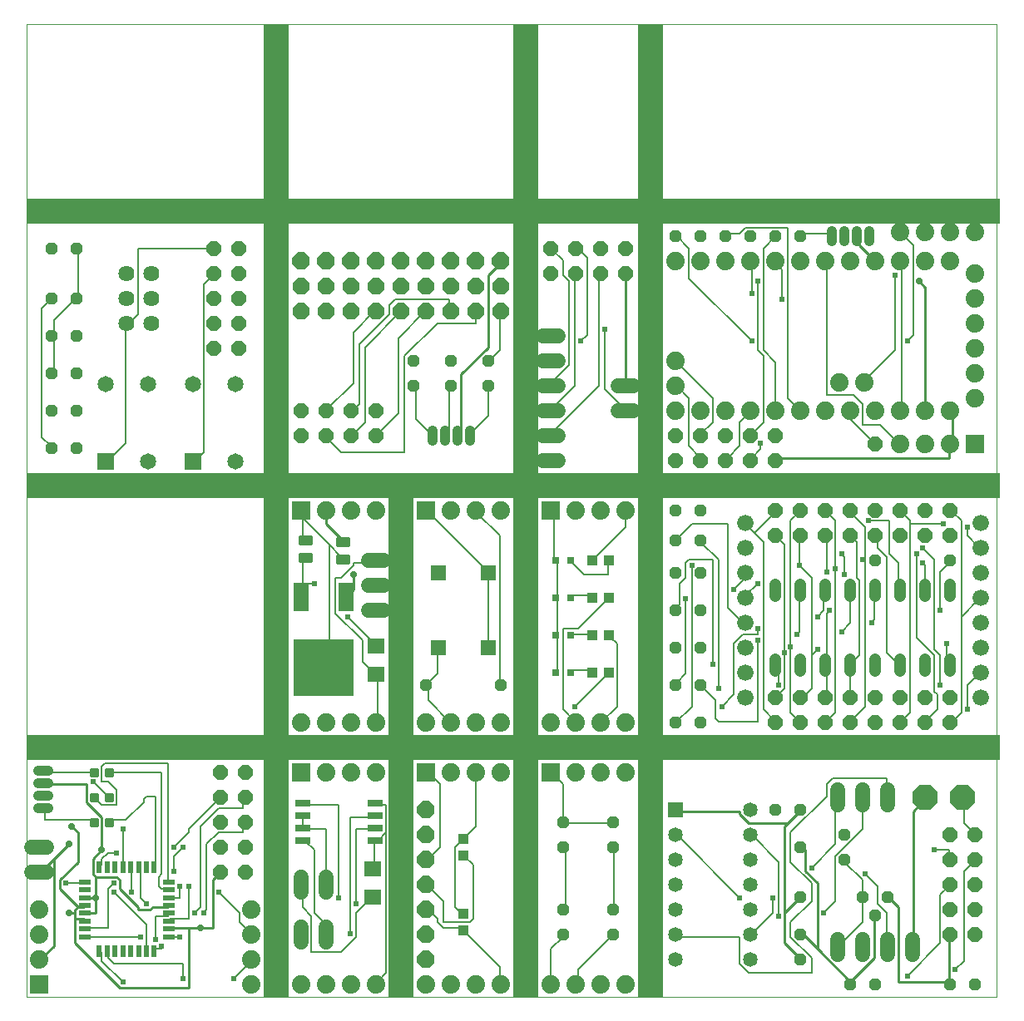
<source format=gtl>
G75*
%MOIN*%
%OFA0B0*%
%FSLAX24Y24*%
%IPPOS*%
%LPD*%
%AMOC8*
5,1,8,0,0,1.08239X$1,22.5*
%
%ADD10C,0.0000*%
%ADD11R,0.1000X3.9000*%
%ADD12R,3.9000X0.1000*%
%ADD13R,0.1000X2.1000*%
%ADD14R,0.0500X0.0220*%
%ADD15R,0.0220X0.0500*%
%ADD16OC8,0.0600*%
%ADD17C,0.0600*%
%ADD18R,0.0650X0.0650*%
%ADD19C,0.0650*%
%ADD20OC8,0.0480*%
%ADD21R,0.0585X0.0585*%
%ADD22C,0.0585*%
%ADD23OC8,0.1000*%
%ADD24C,0.0100*%
%ADD25C,0.0740*%
%ADD26R,0.0630X0.0250*%
%ADD27C,0.0640*%
%ADD28R,0.0433X0.0394*%
%ADD29OC8,0.0700*%
%ADD30OC8,0.0660*%
%ADD31C,0.0413*%
%ADD32C,0.0660*%
%ADD33C,0.0480*%
%ADD34R,0.0315X0.0315*%
%ADD35R,0.0394X0.0433*%
%ADD36C,0.0088*%
%ADD37R,0.0630X0.1181*%
%ADD38R,0.2441X0.2283*%
%ADD39R,0.0710X0.0630*%
%ADD40R,0.0740X0.0740*%
%ADD41R,0.0591X0.0591*%
%ADD42C,0.0280*%
%ADD43C,0.0080*%
%ADD44C,0.0240*%
D10*
X000535Y000450D02*
X000535Y039446D01*
X039405Y039446D01*
X039405Y000450D01*
X000535Y000450D01*
D11*
X010535Y019950D03*
X020535Y019950D03*
X025535Y019950D03*
D12*
X020035Y020950D03*
X020035Y010450D03*
X020035Y031950D03*
D13*
X015535Y010950D03*
D14*
X006225Y005052D03*
X006225Y004737D03*
X006225Y004422D03*
X006225Y004107D03*
X006225Y003793D03*
X006225Y003478D03*
X006225Y003163D03*
X006225Y002848D03*
X002845Y002848D03*
X002845Y003163D03*
X002845Y003478D03*
X002845Y003793D03*
X002845Y004107D03*
X002845Y004422D03*
X002845Y004737D03*
X002845Y005052D03*
D15*
X003433Y005640D03*
X003748Y005640D03*
X004063Y005640D03*
X004378Y005640D03*
X004693Y005640D03*
X005008Y005640D03*
X005322Y005640D03*
X005637Y005640D03*
X005637Y002260D03*
X005322Y002260D03*
X005008Y002260D03*
X004693Y002260D03*
X004378Y002260D03*
X004063Y002260D03*
X003748Y002260D03*
X003433Y002260D03*
D16*
X008285Y005450D03*
X008285Y006450D03*
X008285Y007450D03*
X008285Y008450D03*
X008285Y009450D03*
X009285Y009450D03*
X009285Y008450D03*
X009285Y007450D03*
X009285Y006450D03*
X009285Y005450D03*
X026535Y021950D03*
X027535Y021950D03*
X027535Y022950D03*
X026535Y022950D03*
X028535Y022950D03*
X029535Y022950D03*
X029535Y021950D03*
X028535Y021950D03*
X030535Y021950D03*
X030535Y022950D03*
X030535Y019950D03*
X031535Y019950D03*
X031535Y018950D03*
X030535Y018950D03*
X032535Y018950D03*
X033535Y018950D03*
X033535Y019950D03*
X032535Y019950D03*
X034535Y019950D03*
X035535Y019950D03*
X035535Y018950D03*
X034535Y018950D03*
X036535Y018950D03*
X037535Y018950D03*
X037535Y019950D03*
X036535Y019950D03*
X034535Y022600D03*
X024535Y029450D03*
X024535Y030450D03*
X023535Y030450D03*
X022535Y030450D03*
X022535Y029450D03*
X023535Y029450D03*
X021535Y029450D03*
X021535Y030450D03*
X014535Y023950D03*
X014535Y022950D03*
X013535Y022950D03*
X012535Y022950D03*
X012535Y023950D03*
X013535Y023950D03*
X011535Y023950D03*
X011535Y022950D03*
X009035Y026450D03*
X008035Y026450D03*
X008035Y027450D03*
X008035Y028450D03*
X009035Y028450D03*
X009035Y027450D03*
X009035Y029450D03*
X008035Y029450D03*
X008035Y030450D03*
X009035Y030450D03*
X030535Y012450D03*
X031535Y012450D03*
X031535Y011450D03*
X030535Y011450D03*
X032535Y011450D03*
X033535Y011450D03*
X033535Y012450D03*
X032535Y012450D03*
X034535Y012450D03*
X035535Y012450D03*
X035535Y011450D03*
X034535Y011450D03*
X036535Y011450D03*
X037535Y011450D03*
X037535Y012450D03*
X036535Y012450D03*
X037535Y006950D03*
X037535Y005950D03*
X037535Y004950D03*
X037535Y003950D03*
X037535Y002950D03*
X038535Y002950D03*
X038535Y003950D03*
X038535Y004950D03*
X038535Y005950D03*
X038535Y006950D03*
D17*
X035035Y008150D02*
X035035Y008750D01*
X034035Y008750D02*
X034035Y008150D01*
X033035Y008150D02*
X033035Y008750D01*
X033035Y002750D02*
X033035Y002150D01*
X034035Y002150D02*
X034035Y002750D01*
X035035Y002750D02*
X035035Y002150D01*
X036035Y002150D02*
X036035Y002750D01*
X021835Y021950D02*
X021235Y021950D01*
X021235Y022950D02*
X021835Y022950D01*
X021835Y023950D02*
X021235Y023950D01*
X021235Y024950D02*
X021835Y024950D01*
X021835Y025950D02*
X021235Y025950D01*
X021235Y026950D02*
X021835Y026950D01*
X024235Y024950D02*
X024835Y024950D01*
X024835Y023950D02*
X024235Y023950D01*
X014835Y017950D02*
X014235Y017950D01*
X014235Y016950D02*
X014835Y016950D01*
X014835Y015950D02*
X014235Y015950D01*
X012535Y005250D02*
X012535Y004650D01*
X011535Y004650D02*
X011535Y005250D01*
X011535Y003250D02*
X011535Y002650D01*
X012535Y002650D02*
X012535Y003250D01*
X001335Y005450D02*
X000735Y005450D01*
X000735Y006450D02*
X001335Y006450D01*
D18*
X003685Y021900D03*
X007185Y021900D03*
D19*
X005385Y021900D03*
X005385Y025000D03*
X003685Y025000D03*
X007185Y025000D03*
X008885Y025000D03*
X008885Y021900D03*
D20*
X002535Y022450D03*
X001535Y022450D03*
X001535Y023950D03*
X002535Y023950D03*
X002535Y025450D03*
X001535Y025450D03*
X001535Y026950D03*
X002535Y026950D03*
X002535Y028450D03*
X001535Y028450D03*
X001535Y030450D03*
X002535Y030450D03*
X016035Y025950D03*
X016035Y024950D03*
X017535Y024950D03*
X017535Y025950D03*
X019035Y025950D03*
X019035Y024950D03*
X026535Y019950D03*
X027535Y019950D03*
X027535Y018750D03*
X026535Y018750D03*
X026535Y017450D03*
X027535Y017450D03*
X027535Y015950D03*
X026535Y015950D03*
X026535Y014450D03*
X027535Y014450D03*
X027535Y012950D03*
X026535Y012950D03*
X026535Y011450D03*
X027535Y011450D03*
X030535Y007950D03*
X031535Y007950D03*
X031535Y006450D03*
X033285Y005950D03*
X033285Y006950D03*
X034035Y004450D03*
X034535Y003700D03*
X035035Y004450D03*
X031535Y004450D03*
X031535Y002950D03*
X031535Y001950D03*
X033535Y000950D03*
X034535Y000950D03*
X037535Y000950D03*
X038535Y000950D03*
X024035Y002950D03*
X024035Y003950D03*
X022035Y003950D03*
X022035Y002950D03*
X022035Y006450D03*
X022035Y007450D03*
X024035Y007450D03*
X024035Y006450D03*
X019535Y012950D03*
X016535Y012950D03*
X034535Y017950D03*
X037535Y017950D03*
X031535Y030950D03*
X030535Y030950D03*
X029535Y030950D03*
X028535Y030950D03*
X027535Y030950D03*
X026535Y030950D03*
D21*
X026535Y007950D03*
D22*
X026535Y006950D03*
X026535Y005950D03*
X026535Y004950D03*
X026535Y003950D03*
X026535Y002950D03*
X026535Y001950D03*
X029535Y001950D03*
X029535Y002950D03*
X029535Y003950D03*
X029535Y004950D03*
X029535Y005950D03*
X029535Y006950D03*
X029535Y007950D03*
D23*
X036535Y008450D03*
X038035Y008450D03*
D24*
X036535Y008450D02*
X036535Y008370D01*
X036055Y007890D01*
X036055Y002490D01*
X036035Y002450D01*
X037495Y002850D02*
X037535Y002950D01*
X037495Y002850D02*
X037495Y001050D01*
X037535Y000950D01*
X037495Y001050D02*
X035455Y001050D01*
X035455Y004050D01*
X035095Y004410D01*
X035035Y004450D01*
X034535Y003700D02*
X034495Y003690D01*
X034495Y002010D01*
X033535Y001050D01*
X033535Y000950D01*
X033535Y001050D02*
X032215Y002370D01*
X032215Y005010D01*
X031735Y005490D01*
X031735Y006330D01*
X031615Y006450D01*
X031535Y006450D01*
X030895Y007290D02*
X030895Y003810D01*
X031535Y004450D01*
X030895Y003810D02*
X030895Y002610D01*
X031495Y002010D01*
X031535Y001950D01*
X032215Y002370D02*
X031615Y002970D01*
X031535Y002950D01*
X030895Y007290D02*
X031015Y007410D01*
X029455Y007410D01*
X029095Y007770D01*
X029095Y007890D01*
X026575Y007890D01*
X026535Y007950D01*
X031015Y007410D02*
X031495Y007890D01*
X031535Y007950D01*
X030535Y021950D02*
X030535Y022050D01*
X037495Y022050D01*
X037495Y022530D01*
X037535Y022600D01*
X037615Y022650D01*
X037615Y023850D01*
X037535Y023950D01*
X036535Y023950D02*
X036535Y028890D01*
X036295Y029130D01*
X034535Y029950D02*
X034495Y029970D01*
X033895Y030570D01*
X033895Y030930D01*
X033785Y030950D01*
X024535Y029450D02*
X024535Y024950D01*
X019495Y029850D02*
X019535Y029950D01*
X019495Y029850D02*
X019015Y029370D01*
X019015Y026490D01*
X017935Y025410D01*
X017935Y023130D01*
X017815Y023010D01*
X017785Y022950D01*
X013135Y018810D02*
X013185Y018700D01*
X012960Y018550D02*
X012960Y018850D01*
X013410Y018850D01*
X013410Y018550D01*
X012960Y018550D01*
X012960Y018649D02*
X013410Y018649D01*
X013410Y018748D02*
X012960Y018748D01*
X012960Y018847D02*
X013410Y018847D01*
X013135Y018810D02*
X012535Y019410D01*
X012535Y019950D01*
X011910Y018900D02*
X011910Y018600D01*
X011460Y018600D01*
X011460Y018900D01*
X011910Y018900D01*
X011910Y018699D02*
X011460Y018699D01*
X011460Y018798D02*
X011910Y018798D01*
X011910Y018897D02*
X011460Y018897D01*
X011910Y018200D02*
X011910Y017900D01*
X011460Y017900D01*
X011460Y018200D01*
X011910Y018200D01*
X011910Y017999D02*
X011460Y017999D01*
X011460Y018098D02*
X011910Y018098D01*
X011910Y018197D02*
X011460Y018197D01*
X012960Y018150D02*
X012960Y017850D01*
X012960Y018150D02*
X013410Y018150D01*
X013410Y017850D01*
X012960Y017850D01*
X012960Y017949D02*
X013410Y017949D01*
X013410Y018048D02*
X012960Y018048D01*
X012960Y018147D02*
X013410Y018147D01*
X013615Y017370D02*
X013615Y016770D01*
X013375Y016530D01*
X013335Y016477D01*
X003535Y007650D02*
X003535Y006330D01*
X003175Y005970D01*
X003175Y005370D01*
X003295Y005250D01*
X003295Y004410D01*
X003295Y004290D01*
X003175Y004410D01*
X002935Y004410D01*
X002845Y004422D01*
X002845Y004107D02*
X002815Y004050D01*
X002575Y004050D01*
X001855Y004770D01*
X001855Y005130D01*
X002575Y005850D01*
X002575Y007050D01*
X002335Y007290D01*
X002215Y006570D02*
X001615Y005970D01*
X001615Y002490D01*
X001135Y002010D01*
X001035Y001950D01*
X001035Y000950D02*
X001135Y000930D01*
X002455Y002610D02*
X004255Y000810D01*
X007015Y000810D01*
X007015Y003210D01*
X006295Y003210D01*
X006225Y003163D01*
X007015Y003210D02*
X007495Y003210D01*
X007975Y003210D01*
X007975Y005130D01*
X008215Y005370D01*
X008285Y005450D01*
X006225Y004107D02*
X006175Y004050D01*
X005575Y004050D01*
X005455Y003930D01*
X004975Y003930D01*
X004975Y004050D01*
X004255Y004770D01*
X004255Y005130D01*
X004135Y005250D01*
X003295Y005250D01*
X003295Y004290D02*
X003295Y003810D01*
X002935Y003810D01*
X002845Y003793D01*
X002815Y003570D02*
X002845Y003478D01*
X002815Y003570D02*
X002455Y003570D01*
X002455Y002610D01*
X002455Y003570D02*
X002455Y003810D01*
X002215Y003810D01*
X002455Y003810D02*
X002455Y003930D01*
X002575Y004050D01*
X001135Y005490D02*
X001035Y005450D01*
X001135Y005490D02*
X001615Y005970D01*
X003535Y007650D02*
X002935Y008250D01*
X002935Y008970D01*
X001255Y008970D01*
X001185Y009000D01*
D25*
X001035Y003950D03*
X001035Y002950D03*
X001035Y001950D03*
X009535Y001950D03*
X009535Y000950D03*
X009535Y002950D03*
X009535Y003950D03*
X011535Y000950D03*
X012535Y000950D03*
X013535Y000950D03*
X014535Y000950D03*
X016535Y000950D03*
X017535Y000950D03*
X018535Y000950D03*
X019535Y000950D03*
X021535Y000950D03*
X022535Y000950D03*
X023535Y000950D03*
X024535Y000950D03*
X024535Y009450D03*
X023535Y009450D03*
X022535Y009450D03*
X022535Y011450D03*
X023535Y011450D03*
X024535Y011450D03*
X021535Y011450D03*
X019535Y011450D03*
X018535Y011450D03*
X017535Y011450D03*
X016535Y011450D03*
X014535Y011450D03*
X013535Y011450D03*
X012535Y011450D03*
X011535Y011450D03*
X012535Y009450D03*
X013535Y009450D03*
X014535Y009450D03*
X017535Y009450D03*
X018535Y009450D03*
X019535Y009450D03*
X019535Y019950D03*
X018535Y019950D03*
X017535Y019950D03*
X014535Y019950D03*
X013535Y019950D03*
X012535Y019950D03*
X022535Y019950D03*
X023535Y019950D03*
X024535Y019950D03*
X026535Y023950D03*
X027535Y023950D03*
X028535Y023950D03*
X029535Y023950D03*
X030535Y023950D03*
X031535Y023950D03*
X032535Y023950D03*
X033535Y023950D03*
X034535Y023950D03*
X035535Y023950D03*
X036535Y023950D03*
X037535Y023950D03*
X038535Y024450D03*
X038535Y025450D03*
X038535Y026450D03*
X038535Y027450D03*
X038535Y028450D03*
X038535Y029450D03*
X037535Y029950D03*
X036535Y029950D03*
X035535Y029950D03*
X034535Y029950D03*
X033535Y029950D03*
X032535Y029950D03*
X031535Y029950D03*
X030535Y029950D03*
X029535Y029950D03*
X028535Y029950D03*
X027535Y029950D03*
X026535Y029950D03*
X026535Y025950D03*
X026535Y024950D03*
X033098Y025075D03*
X034098Y025075D03*
X035535Y022600D03*
X036535Y022600D03*
X037535Y022600D03*
X037535Y031100D03*
X036535Y031100D03*
X035535Y031100D03*
X038535Y031100D03*
D26*
X014485Y008200D03*
X014485Y007700D03*
X014485Y007200D03*
X014485Y006700D03*
X011585Y006700D03*
X011585Y007200D03*
X011585Y007700D03*
X011585Y008200D03*
D27*
X005535Y027450D03*
X004535Y027450D03*
X004535Y028450D03*
X005535Y028450D03*
X005535Y029450D03*
X004535Y029450D03*
D28*
X018035Y006785D03*
X018035Y006115D03*
X018035Y003785D03*
X018035Y003115D03*
D29*
X016535Y002950D03*
X016535Y003950D03*
X016535Y004950D03*
X016535Y005950D03*
X016535Y006950D03*
X016535Y007950D03*
X016535Y001950D03*
X016535Y000950D03*
X016535Y029950D03*
X017535Y029950D03*
X018535Y029950D03*
X019535Y029950D03*
X015535Y029950D03*
X014535Y029950D03*
X013535Y029950D03*
X012535Y029950D03*
X011535Y029950D03*
D30*
X011535Y028950D03*
X011535Y027950D03*
X012535Y027950D03*
X013535Y027950D03*
X013535Y028950D03*
X012535Y028950D03*
X014535Y028950D03*
X015535Y028950D03*
X015535Y027950D03*
X014535Y027950D03*
X016535Y027950D03*
X017535Y027950D03*
X017535Y028950D03*
X016535Y028950D03*
X018535Y028950D03*
X019535Y028950D03*
X019535Y027950D03*
X018535Y027950D03*
D31*
X018285Y023157D02*
X018285Y022743D01*
X017785Y022743D02*
X017785Y023157D01*
X017285Y023157D02*
X017285Y022743D01*
X016785Y022743D02*
X016785Y023157D01*
X001392Y009500D02*
X000978Y009500D01*
X000978Y009000D02*
X001392Y009000D01*
X001392Y008500D02*
X000978Y008500D01*
X000978Y008000D02*
X001392Y008000D01*
X032785Y030743D02*
X032785Y031157D01*
X033285Y031157D02*
X033285Y030743D01*
X033785Y030743D02*
X033785Y031157D01*
X034285Y031157D02*
X034285Y030743D01*
D32*
X038759Y019450D03*
X038759Y018450D03*
X038759Y017450D03*
X038759Y016450D03*
X038759Y015450D03*
X038759Y014450D03*
X038759Y013450D03*
X038759Y012450D03*
X029311Y012450D03*
X029311Y013450D03*
X029311Y014450D03*
X029311Y015450D03*
X029311Y016450D03*
X029311Y017450D03*
X029311Y018450D03*
X029311Y019450D03*
D33*
X030535Y016990D02*
X030535Y016510D01*
X031535Y016510D02*
X031535Y016990D01*
X032535Y016990D02*
X032535Y016510D01*
X033535Y016510D02*
X033535Y016990D01*
X034535Y016990D02*
X034535Y016510D01*
X035535Y016510D02*
X035535Y016990D01*
X036535Y016990D02*
X036535Y016510D01*
X037535Y016510D02*
X037535Y016990D01*
X037535Y013990D02*
X037535Y013510D01*
X036535Y013510D02*
X036535Y013990D01*
X035535Y013990D02*
X035535Y013510D01*
X034535Y013510D02*
X034535Y013990D01*
X033535Y013990D02*
X033535Y013510D01*
X032535Y013510D02*
X032535Y013990D01*
X031535Y013990D02*
X031535Y013510D01*
X030535Y013510D02*
X030535Y013990D01*
D34*
X022330Y013450D03*
X021740Y013450D03*
X021740Y014950D03*
X022330Y014950D03*
X022330Y016450D03*
X021740Y016450D03*
X021740Y017950D03*
X022330Y017950D03*
D35*
X023200Y017950D03*
X023870Y017950D03*
X023870Y016450D03*
X023200Y016450D03*
X023200Y014950D03*
X023870Y014950D03*
X023870Y013450D03*
X023200Y013450D03*
D36*
X003966Y009319D02*
X003704Y009319D01*
X003704Y009581D01*
X003966Y009581D01*
X003966Y009319D01*
X003966Y009406D02*
X003704Y009406D01*
X003704Y009493D02*
X003966Y009493D01*
X003966Y009580D02*
X003704Y009580D01*
X003366Y009319D02*
X003104Y009319D01*
X003104Y009581D01*
X003366Y009581D01*
X003366Y009319D01*
X003366Y009406D02*
X003104Y009406D01*
X003104Y009493D02*
X003366Y009493D01*
X003366Y009580D02*
X003104Y009580D01*
X003104Y008581D02*
X003366Y008581D01*
X003366Y008319D01*
X003104Y008319D01*
X003104Y008581D01*
X003104Y008406D02*
X003366Y008406D01*
X003366Y008493D02*
X003104Y008493D01*
X003104Y008580D02*
X003366Y008580D01*
X003704Y008581D02*
X003966Y008581D01*
X003966Y008319D01*
X003704Y008319D01*
X003704Y008581D01*
X003704Y008406D02*
X003966Y008406D01*
X003966Y008493D02*
X003704Y008493D01*
X003704Y008580D02*
X003966Y008580D01*
X003966Y007319D02*
X003704Y007319D01*
X003704Y007581D01*
X003966Y007581D01*
X003966Y007319D01*
X003966Y007406D02*
X003704Y007406D01*
X003704Y007493D02*
X003966Y007493D01*
X003966Y007580D02*
X003704Y007580D01*
X003366Y007319D02*
X003104Y007319D01*
X003104Y007581D01*
X003366Y007581D01*
X003366Y007319D01*
X003366Y007406D02*
X003104Y007406D01*
X003104Y007493D02*
X003366Y007493D01*
X003366Y007580D02*
X003104Y007580D01*
D37*
X011535Y016477D03*
X013335Y016477D03*
D38*
X012435Y013650D03*
D39*
X014535Y013390D03*
X014535Y014510D03*
X014385Y005560D03*
X014385Y004440D03*
D40*
X016535Y009450D03*
X021535Y009450D03*
X011535Y009450D03*
X001035Y000950D03*
X011535Y019950D03*
X016535Y019950D03*
X021535Y019950D03*
X038535Y022600D03*
D41*
X019035Y017450D03*
X017035Y017450D03*
X017035Y014450D03*
X019035Y014450D03*
D42*
X013615Y017370D03*
X003535Y006330D03*
X002215Y006570D03*
X002335Y007290D03*
X003295Y004410D03*
X002215Y003810D03*
X007495Y003210D03*
X036295Y029130D03*
D43*
X035335Y029370D02*
X035335Y026370D01*
X034135Y025170D01*
X034098Y025075D01*
X033655Y024570D02*
X032575Y024570D01*
X032575Y029850D01*
X032535Y029950D01*
X032785Y030950D02*
X032695Y031050D01*
X031615Y031050D01*
X031535Y030950D01*
X031015Y031290D02*
X031015Y024450D01*
X031495Y023970D01*
X031535Y023950D01*
X030535Y023950D02*
X030535Y025890D01*
X030055Y026370D01*
X030055Y030450D01*
X030535Y030930D01*
X030535Y030950D01*
X031015Y031290D02*
X029335Y031290D01*
X029095Y031050D01*
X028615Y031050D01*
X028535Y030950D01*
X029535Y029950D02*
X029575Y029850D01*
X029575Y028650D01*
X029815Y029130D02*
X029815Y026370D01*
X030055Y026130D01*
X030055Y023490D01*
X029575Y023010D01*
X029535Y022950D01*
X029935Y022650D02*
X029935Y022410D01*
X029575Y022050D01*
X029535Y021950D01*
X029095Y022530D02*
X029095Y023490D01*
X029455Y023850D01*
X029535Y023950D01*
X028015Y023490D02*
X028015Y024450D01*
X026575Y025890D01*
X026535Y025950D01*
X026535Y024950D02*
X026575Y024930D01*
X027055Y024450D01*
X027055Y022530D01*
X027535Y022050D01*
X027535Y021950D01*
X027535Y022950D02*
X027535Y023010D01*
X028015Y023490D01*
X029095Y022530D02*
X028615Y022050D01*
X028535Y021950D01*
X030535Y019950D02*
X030535Y019890D01*
X029695Y019050D01*
X030055Y018690D01*
X030055Y011970D01*
X030535Y011490D01*
X030535Y011450D01*
X031135Y011850D02*
X031135Y014490D01*
X031135Y019530D01*
X031495Y019890D01*
X031535Y019950D01*
X031535Y018950D02*
X031495Y018930D01*
X031495Y017730D01*
X031975Y017250D01*
X031975Y014130D01*
X031975Y012810D01*
X031615Y012450D01*
X031535Y012450D01*
X030895Y012810D02*
X030535Y012450D01*
X030655Y012930D02*
X030655Y013530D01*
X030535Y013650D01*
X030535Y013750D01*
X030895Y014250D02*
X030895Y012810D01*
X031135Y011850D02*
X031535Y011450D01*
X032535Y011450D02*
X032935Y011850D01*
X032935Y017610D01*
X032935Y019530D01*
X032575Y019890D01*
X032535Y019950D01*
X033535Y019950D02*
X033535Y019890D01*
X034135Y019290D01*
X034135Y017970D01*
X034015Y017970D01*
X034135Y017970D02*
X034135Y012090D01*
X033535Y011490D01*
X033535Y011450D01*
X033535Y012450D02*
X033535Y013750D01*
X033535Y013770D01*
X033895Y014130D01*
X033895Y017130D01*
X033775Y017250D01*
X033775Y018690D01*
X033535Y018930D01*
X033535Y018950D01*
X033175Y018210D02*
X033295Y018090D01*
X033295Y017370D01*
X033535Y016750D02*
X033535Y015450D01*
X033175Y015090D01*
X032575Y015810D02*
X032575Y013770D01*
X032535Y013750D01*
X032575Y013650D01*
X032575Y012450D01*
X032535Y012450D01*
X031975Y014130D02*
X032215Y014370D01*
X031495Y015090D02*
X031495Y016650D01*
X031535Y016750D01*
X032455Y016650D02*
X032455Y015930D01*
X032215Y015690D01*
X032575Y015810D02*
X032695Y015930D01*
X032455Y016650D02*
X032535Y016750D01*
X032575Y017490D02*
X032575Y018930D01*
X032535Y018950D01*
X030895Y018570D02*
X030895Y014250D01*
X031375Y014970D02*
X031495Y015090D01*
X029815Y015210D02*
X029815Y014970D01*
X029215Y014970D01*
X028855Y014610D01*
X028855Y012570D01*
X028375Y012090D01*
X028135Y012330D02*
X028135Y011610D01*
X028255Y011490D01*
X029815Y011490D01*
X029815Y014730D01*
X029311Y015450D02*
X029215Y015450D01*
X028615Y016050D01*
X028615Y019410D01*
X027175Y019410D01*
X026575Y018810D01*
X026535Y018750D01*
X027055Y017970D02*
X028015Y017970D01*
X028015Y013770D01*
X027535Y012950D02*
X027535Y012930D01*
X028135Y012330D01*
X028255Y012810D02*
X028255Y017970D01*
X027535Y018690D01*
X027535Y018750D01*
X027055Y017970D02*
X026935Y017850D01*
X026935Y017250D01*
X026695Y017010D01*
X026695Y016170D01*
X026575Y016050D01*
X026535Y015950D01*
X026935Y016410D02*
X026935Y013410D01*
X026575Y013050D01*
X026535Y012950D01*
X027175Y012090D02*
X027175Y017730D01*
X028855Y016770D02*
X029215Y017130D01*
X029215Y017370D01*
X029311Y017450D01*
X029815Y017010D02*
X029335Y016530D01*
X029311Y016450D01*
X030895Y018570D02*
X030535Y018930D01*
X030535Y018950D01*
X029695Y019050D02*
X029335Y019410D01*
X029311Y019450D01*
X033535Y023610D02*
X033535Y023950D01*
X033535Y023610D02*
X034495Y022650D01*
X034535Y022600D01*
X034735Y023370D02*
X034015Y023370D01*
X034015Y024210D01*
X033655Y024570D01*
X034735Y023370D02*
X035455Y022650D01*
X035535Y022600D01*
X035535Y023950D02*
X035575Y023970D01*
X035575Y029850D01*
X035535Y029950D01*
X036055Y030570D02*
X035575Y031050D01*
X035535Y031100D01*
X036055Y030570D02*
X036055Y026970D01*
X035815Y026730D01*
X030775Y028410D02*
X030775Y029610D01*
X030535Y029850D01*
X030535Y029950D01*
X029575Y026730D02*
X027055Y029250D01*
X027055Y030450D01*
X026575Y030930D01*
X026535Y030950D01*
X023535Y029450D02*
X023455Y029370D01*
X023455Y024930D01*
X021535Y023010D01*
X021535Y022950D01*
X021535Y023950D02*
X021535Y023970D01*
X022495Y024930D01*
X022495Y029370D01*
X022535Y029450D01*
X022255Y029130D02*
X022015Y029370D01*
X022015Y029970D01*
X021535Y030450D01*
X022535Y030450D02*
X022615Y030450D01*
X022975Y030090D01*
X022975Y026970D01*
X022735Y026730D01*
X022255Y025770D02*
X022255Y029130D01*
X023695Y027210D02*
X023695Y024810D01*
X024535Y023970D01*
X024535Y023950D01*
X022255Y025770D02*
X021535Y025050D01*
X021535Y024950D01*
X019495Y026370D02*
X019495Y027930D01*
X019535Y027950D01*
X018535Y027950D02*
X018535Y027450D01*
X016975Y027450D01*
X015655Y026130D01*
X015655Y022290D01*
X013135Y022290D01*
X012535Y022890D01*
X012535Y022950D01*
X012535Y023950D02*
X012535Y023970D01*
X013615Y025050D01*
X013615Y027090D01*
X014455Y027930D01*
X014535Y027950D01*
X015055Y027810D02*
X015055Y028170D01*
X015295Y028410D01*
X017455Y028410D01*
X017455Y028050D01*
X017535Y027950D01*
X016535Y027950D02*
X016495Y027930D01*
X015415Y026850D01*
X015415Y023850D01*
X014575Y023010D01*
X014535Y022950D01*
X014095Y023490D02*
X014095Y026490D01*
X015535Y027930D01*
X015535Y027950D01*
X015055Y027810D02*
X013855Y026610D01*
X013855Y024210D01*
X013615Y023970D01*
X013535Y023950D01*
X014095Y023490D02*
X013615Y023010D01*
X013535Y022950D01*
X016135Y023610D02*
X016135Y024930D01*
X016035Y024950D01*
X017455Y024930D02*
X017535Y024950D01*
X017455Y024930D02*
X017455Y023130D01*
X017335Y023010D01*
X017285Y022950D01*
X016785Y022950D02*
X016735Y023010D01*
X016135Y023610D01*
X018295Y023010D02*
X018285Y022950D01*
X018295Y023010D02*
X019015Y023730D01*
X019015Y024930D01*
X019035Y024950D01*
X019035Y025950D02*
X019135Y026010D01*
X019495Y026370D01*
X018535Y019950D02*
X018535Y019890D01*
X019495Y018930D01*
X019495Y013050D01*
X019535Y012950D01*
X019035Y014450D02*
X019015Y014490D01*
X019015Y017370D01*
X019035Y017450D01*
X019015Y017490D01*
X016615Y019890D01*
X016535Y019950D01*
X014535Y017950D02*
X014455Y017850D01*
X013615Y017850D01*
X013615Y017730D01*
X013135Y017250D01*
X012895Y017250D01*
X012895Y015810D01*
X013975Y014730D01*
X013975Y013890D01*
X014455Y013410D01*
X014535Y013390D01*
X014575Y013290D01*
X014575Y011490D01*
X014535Y011450D01*
X016615Y012330D02*
X016615Y012930D01*
X016535Y012950D01*
X016615Y013050D01*
X016975Y013410D01*
X016975Y014370D01*
X017035Y014450D01*
X016615Y012330D02*
X017455Y011490D01*
X017535Y011450D01*
X016615Y009450D02*
X016535Y009450D01*
X016615Y009450D02*
X017095Y008970D01*
X017095Y006450D01*
X016615Y005970D01*
X016535Y005950D01*
X016535Y004950D02*
X016615Y004890D01*
X017215Y004290D01*
X017215Y003450D01*
X018295Y003450D01*
X018415Y003570D01*
X018415Y005730D01*
X018055Y006090D01*
X018035Y006115D01*
X017695Y006450D02*
X017935Y006690D01*
X018035Y006785D01*
X018055Y006810D01*
X018535Y007290D01*
X018535Y009450D01*
X021535Y009450D02*
X022015Y008970D01*
X022015Y007530D01*
X022035Y007450D01*
X022135Y007410D01*
X023935Y007410D01*
X024035Y007450D01*
X024055Y006450D02*
X024035Y006450D01*
X024055Y006450D02*
X024055Y004050D01*
X024035Y003950D01*
X024035Y002950D02*
X022615Y001530D01*
X022615Y001050D01*
X022535Y000950D01*
X021535Y000950D02*
X021535Y002370D01*
X022015Y002850D01*
X022035Y002950D01*
X022035Y003950D02*
X022135Y004050D01*
X022135Y006450D01*
X022035Y006450D01*
X018035Y003785D02*
X017935Y003810D01*
X017695Y004050D01*
X017695Y006450D01*
X016615Y003930D02*
X016535Y003950D01*
X016615Y003930D02*
X016975Y003570D01*
X016975Y003450D01*
X017215Y003210D01*
X017935Y003210D01*
X018035Y003115D01*
X018055Y003090D01*
X019495Y001650D01*
X019495Y001050D01*
X019535Y000950D01*
X014935Y001410D02*
X014935Y007050D01*
X014575Y006690D01*
X014485Y006700D01*
X014455Y006690D01*
X014455Y005610D01*
X014385Y005560D01*
X014385Y004440D02*
X014335Y004410D01*
X013735Y003810D01*
X013735Y002850D01*
X013135Y002250D01*
X011935Y002250D01*
X011935Y003690D01*
X011575Y004050D01*
X011575Y004890D01*
X011535Y004950D01*
X012535Y004950D02*
X012535Y007170D01*
X011695Y007170D01*
X011585Y007200D01*
X011575Y007290D01*
X011575Y007650D01*
X011585Y007700D01*
X011695Y008130D02*
X011585Y008200D01*
X011695Y008130D02*
X013015Y008130D01*
X013015Y004410D01*
X013735Y004170D02*
X013735Y007170D01*
X014455Y007170D01*
X014485Y007200D01*
X014455Y007650D02*
X014485Y007700D01*
X014455Y007650D02*
X013495Y007650D01*
X013495Y002970D01*
X012535Y002950D02*
X012535Y003330D01*
X012055Y003810D01*
X012055Y006330D01*
X011695Y006690D01*
X011585Y006700D01*
X009285Y007450D02*
X009175Y007410D01*
X009175Y007050D01*
X008215Y007050D01*
X007735Y006570D01*
X007735Y003930D01*
X007615Y003810D01*
X007495Y004050D02*
X007495Y007290D01*
X008215Y008010D01*
X009175Y008010D01*
X009175Y008370D01*
X009285Y008450D01*
X008285Y008450D02*
X008215Y008370D01*
X007015Y007170D01*
X007015Y007050D01*
X006415Y006450D01*
X006415Y006090D02*
X006775Y006450D01*
X006415Y006090D02*
X006415Y005490D01*
X006175Y005130D02*
X006225Y005052D01*
X006175Y005130D02*
X006175Y009810D01*
X003655Y009810D01*
X003535Y009690D01*
X003535Y009090D01*
X003775Y009090D01*
X004135Y008730D01*
X004135Y008130D01*
X003535Y008130D01*
X003295Y008370D01*
X003235Y008450D01*
X003775Y008490D02*
X003175Y009090D01*
X003235Y009450D02*
X001255Y009450D01*
X001185Y009500D01*
X001185Y008000D02*
X001255Y007890D01*
X001255Y007530D01*
X003175Y007530D01*
X003235Y007450D01*
X003835Y007450D02*
X003895Y007530D01*
X004495Y007530D01*
X005215Y008250D01*
X005215Y008370D01*
X005335Y008490D01*
X005695Y008490D01*
X005695Y005730D01*
X005637Y005640D01*
X005935Y005370D02*
X005815Y005250D01*
X005815Y004890D01*
X005935Y004770D01*
X006175Y004770D01*
X006225Y004737D01*
X006225Y004422D02*
X006295Y004410D01*
X006655Y004410D01*
X006655Y004890D01*
X007015Y004890D02*
X007015Y003570D01*
X006295Y003570D01*
X006225Y003478D01*
X006175Y003690D02*
X005695Y003690D01*
X005695Y002730D01*
X005935Y002490D02*
X005935Y002370D01*
X005695Y002370D01*
X005637Y002260D01*
X005322Y002260D02*
X005335Y002370D01*
X005335Y003330D01*
X004015Y004650D01*
X003775Y004770D02*
X004015Y005010D01*
X003775Y004770D02*
X003775Y003210D01*
X002935Y003210D01*
X002845Y003163D01*
X002845Y002848D02*
X002935Y002850D01*
X005095Y002850D01*
X006225Y002848D02*
X006295Y002850D01*
X006655Y002850D01*
X006175Y003690D02*
X006225Y003793D01*
X005335Y004170D02*
X005095Y004410D01*
X005095Y005610D01*
X005008Y005640D01*
X004735Y005610D02*
X004693Y005640D01*
X004735Y005610D02*
X004735Y004650D01*
X004378Y005640D02*
X004375Y005730D01*
X004375Y007170D01*
X004135Y006210D02*
X003775Y006210D01*
X003535Y005970D01*
X003535Y005730D01*
X003433Y005640D01*
X002845Y005052D02*
X002815Y005010D01*
X002095Y005010D01*
X003433Y002260D02*
X003535Y002250D01*
X003535Y001890D01*
X004375Y001050D01*
X004015Y001770D02*
X006775Y001770D01*
X006775Y001170D01*
X008815Y001170D02*
X009535Y001890D01*
X009535Y001950D01*
X009535Y002950D02*
X009535Y002970D01*
X009055Y003450D01*
X009055Y003810D01*
X008215Y004650D01*
X007495Y004050D02*
X007255Y003810D01*
X005935Y005370D02*
X005935Y009450D01*
X003835Y009450D01*
X003775Y008490D02*
X003835Y008450D01*
X003748Y002260D02*
X003775Y002250D01*
X003775Y002010D01*
X004015Y001770D01*
X014535Y000950D02*
X014575Y001050D01*
X014935Y001410D01*
X014935Y007050D02*
X014935Y008130D01*
X014575Y008130D01*
X014485Y008200D01*
X012535Y013650D02*
X012435Y013650D01*
X012535Y013650D02*
X012655Y013770D01*
X012655Y018570D01*
X013135Y018090D01*
X013185Y018000D01*
X012655Y018570D02*
X011575Y019650D01*
X011535Y019950D01*
X011575Y019890D01*
X011575Y019650D01*
X011575Y018810D01*
X011685Y018750D01*
X011685Y018050D02*
X011575Y017970D01*
X011575Y017010D01*
X011535Y016477D01*
X011575Y016530D01*
X011575Y017010D01*
X012055Y017010D01*
X013375Y015690D02*
X014455Y014610D01*
X014535Y014510D01*
X021535Y019890D02*
X021535Y019950D01*
X021535Y019890D02*
X021655Y019770D01*
X021655Y017970D01*
X021740Y017950D01*
X021775Y017850D01*
X021775Y016530D01*
X021740Y016450D01*
X021775Y016410D01*
X021775Y014970D01*
X021740Y014950D01*
X021775Y014850D01*
X021775Y013530D01*
X021740Y013450D01*
X022330Y013450D02*
X022375Y013530D01*
X023095Y013530D01*
X023200Y013450D01*
X023815Y013410D02*
X023870Y013450D01*
X023815Y013410D02*
X022495Y012090D01*
X022015Y011970D02*
X022535Y011450D01*
X022015Y011970D02*
X022015Y015210D01*
X022615Y015210D01*
X023815Y016410D01*
X023870Y016450D01*
X023200Y016450D02*
X023095Y016530D01*
X022375Y016530D01*
X022330Y016450D01*
X022855Y017370D02*
X023815Y017370D01*
X023815Y017850D01*
X023870Y017950D01*
X023215Y017970D02*
X023200Y017950D01*
X023215Y017970D02*
X024535Y019290D01*
X024535Y019950D01*
X022330Y017950D02*
X022375Y017850D01*
X022855Y017370D01*
X023095Y014970D02*
X022375Y014970D01*
X022330Y014950D01*
X023095Y014970D02*
X023200Y014950D01*
X023870Y014950D02*
X023935Y014850D01*
X024175Y014610D01*
X024175Y012090D01*
X023535Y011450D01*
X026535Y011450D02*
X027175Y012090D01*
X026535Y006950D02*
X026575Y006930D01*
X029095Y004410D01*
X030415Y004410D02*
X030415Y003810D01*
X029575Y002970D01*
X029535Y002950D01*
X029095Y002850D02*
X029095Y001770D01*
X029455Y001410D01*
X031975Y001410D01*
X031975Y002010D01*
X031135Y002850D01*
X031135Y003450D01*
X031975Y004290D01*
X031975Y005010D01*
X031135Y005850D01*
X031135Y007050D01*
X032575Y008490D01*
X032575Y008970D01*
X032815Y009210D01*
X034975Y009210D01*
X034975Y008490D01*
X035035Y008450D01*
X034035Y008450D02*
X034015Y008370D01*
X034015Y007170D01*
X032935Y006090D01*
X032935Y004290D01*
X032455Y003810D01*
X033055Y002490D02*
X033035Y002450D01*
X033055Y002490D02*
X034015Y003450D01*
X034015Y004410D01*
X034035Y004450D01*
X034015Y004530D01*
X034015Y005130D01*
X033295Y005850D01*
X033285Y005950D01*
X032935Y006570D02*
X032935Y008370D01*
X033035Y008450D01*
X032935Y006570D02*
X031975Y005610D01*
X030655Y005850D02*
X030655Y003690D01*
X029095Y002850D02*
X026575Y002850D01*
X026535Y002950D01*
X029535Y006950D02*
X029575Y006930D01*
X030655Y005850D01*
X034135Y005370D02*
X034615Y004890D01*
X034615Y004170D01*
X034975Y003810D01*
X034975Y002490D01*
X035035Y002450D01*
X035815Y001290D02*
X037135Y002610D01*
X037135Y004530D01*
X037495Y004890D01*
X037535Y004950D01*
X038095Y005490D02*
X038455Y005850D01*
X038535Y005950D01*
X038095Y005490D02*
X038095Y001890D01*
X037735Y001530D01*
X037535Y005950D02*
X037495Y005970D01*
X037495Y006330D01*
X036895Y006330D01*
X038095Y007410D02*
X038095Y008370D01*
X038035Y008450D01*
X038095Y007410D02*
X038455Y007050D01*
X038535Y006950D01*
X037535Y011450D02*
X037615Y011490D01*
X037975Y011850D01*
X037975Y015690D01*
X037975Y019530D01*
X037615Y019890D01*
X037535Y019950D01*
X037255Y019410D02*
X035935Y019410D01*
X035935Y011850D01*
X035535Y011450D01*
X036535Y011490D02*
X036535Y011450D01*
X036535Y011490D02*
X037015Y011970D01*
X037015Y012570D01*
X036895Y012690D01*
X036895Y014130D01*
X036175Y014850D01*
X036175Y018210D01*
X036415Y018450D02*
X036895Y017970D01*
X036895Y014370D01*
X037135Y014130D01*
X037135Y012930D01*
X037535Y013750D02*
X037495Y013770D01*
X037375Y013890D01*
X037375Y014610D01*
X037975Y015690D02*
X038695Y016410D01*
X038759Y016450D01*
X037135Y015930D02*
X037135Y017490D01*
X037495Y017850D01*
X037535Y017950D01*
X036535Y017730D02*
X036535Y016750D01*
X036535Y017730D02*
X036415Y017850D01*
X035455Y017850D02*
X035455Y016770D01*
X035535Y016750D01*
X034535Y016750D02*
X034495Y016650D01*
X034495Y015570D01*
X034375Y015450D01*
X034975Y014250D02*
X034975Y018090D01*
X034615Y018450D01*
X034615Y018930D01*
X034535Y018950D01*
X035095Y019530D02*
X035095Y018210D01*
X035455Y017850D01*
X035935Y019410D02*
X035935Y019530D01*
X035575Y019890D01*
X035535Y019950D01*
X035095Y019530D02*
X034255Y019530D01*
X038215Y019290D02*
X038215Y018930D01*
X038695Y018450D01*
X038759Y018450D01*
X034975Y014250D02*
X035455Y013770D01*
X035535Y013750D01*
X038215Y012930D02*
X038215Y011970D01*
X038215Y012930D02*
X038695Y013410D01*
X038759Y013450D01*
X008035Y029450D02*
X007975Y029370D01*
X007615Y029010D01*
X007615Y022290D01*
X007255Y021930D01*
X007185Y021900D01*
X004495Y022650D02*
X004495Y027450D01*
X004535Y027450D01*
X004615Y027450D01*
X004975Y027810D01*
X004975Y030450D01*
X008035Y030450D01*
X002575Y030450D02*
X002575Y028530D01*
X002535Y028450D01*
X002455Y028410D01*
X001615Y027570D01*
X001615Y026970D01*
X001535Y026950D01*
X001615Y026850D01*
X001615Y025530D01*
X001535Y025450D01*
X001135Y022890D02*
X001135Y028050D01*
X001535Y028450D01*
X002535Y030450D02*
X002575Y030450D01*
X001135Y022890D02*
X001495Y022530D01*
X001535Y022450D01*
X003685Y021900D02*
X003775Y021930D01*
X004495Y022650D01*
D44*
X012055Y017010D03*
X013375Y015690D03*
X022495Y012090D03*
X026935Y016410D03*
X027175Y017730D03*
X028855Y016770D03*
X029815Y017010D03*
X031495Y017730D03*
X032575Y017490D03*
X032935Y017610D03*
X033295Y017370D03*
X034015Y017970D03*
X033175Y018210D03*
X034255Y019530D03*
X036175Y018210D03*
X036415Y018450D03*
X036415Y017850D03*
X037255Y019410D03*
X038215Y019290D03*
X037135Y015930D03*
X037375Y014610D03*
X037135Y012930D03*
X038215Y011970D03*
X034375Y015450D03*
X033175Y015090D03*
X032695Y015930D03*
X032215Y015690D03*
X031375Y014970D03*
X031135Y014490D03*
X030895Y014250D03*
X029815Y014730D03*
X029815Y015210D03*
X028015Y013770D03*
X028255Y012810D03*
X028375Y012090D03*
X030655Y012930D03*
X032215Y014370D03*
X036895Y006330D03*
X034135Y005370D03*
X032455Y003810D03*
X030655Y003690D03*
X030415Y004410D03*
X031975Y005610D03*
X029095Y004410D03*
X035815Y001290D03*
X037735Y001530D03*
X029935Y022650D03*
X029575Y026730D03*
X030775Y028410D03*
X029815Y029130D03*
X029575Y028650D03*
X023695Y027210D03*
X022735Y026730D03*
X035335Y029370D03*
X035815Y026730D03*
X013735Y004170D03*
X013015Y004410D03*
X013495Y002970D03*
X008815Y001170D03*
X006775Y001170D03*
X005935Y002490D03*
X005695Y002730D03*
X005095Y002850D03*
X005335Y004170D03*
X004735Y004650D03*
X004015Y004650D03*
X004015Y005010D03*
X004135Y006210D03*
X004375Y007170D03*
X003175Y009090D03*
X006415Y006450D03*
X006775Y006450D03*
X006415Y005490D03*
X006655Y004890D03*
X007015Y004890D03*
X007255Y003810D03*
X007615Y003810D03*
X008215Y004650D03*
X006655Y002850D03*
X004375Y001050D03*
X002095Y005010D03*
M02*

</source>
